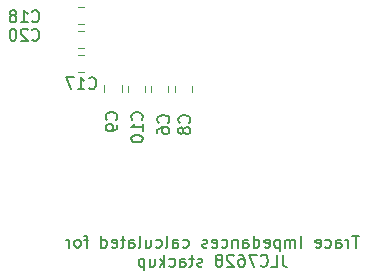
<source format=gbr>
%TF.GenerationSoftware,KiCad,Pcbnew,6.0.7-f9a2dced07~116~ubuntu20.04.1*%
%TF.CreationDate,2022-09-30T03:47:36+07:00*%
%TF.ProjectId,CH569Board,43483536-3942-46f6-9172-642e6b696361,rev?*%
%TF.SameCoordinates,Original*%
%TF.FileFunction,Legend,Bot*%
%TF.FilePolarity,Positive*%
%FSLAX46Y46*%
G04 Gerber Fmt 4.6, Leading zero omitted, Abs format (unit mm)*
G04 Created by KiCad (PCBNEW 6.0.7-f9a2dced07~116~ubuntu20.04.1) date 2022-09-30 03:47:36*
%MOMM*%
%LPD*%
G01*
G04 APERTURE LIST*
%ADD10C,0.150000*%
%ADD11C,0.120000*%
G04 APERTURE END LIST*
D10*
X143284761Y-121217380D02*
X142713333Y-121217380D01*
X142999047Y-122217380D02*
X142999047Y-121217380D01*
X142380000Y-122217380D02*
X142380000Y-121550714D01*
X142380000Y-121741190D02*
X142332380Y-121645952D01*
X142284761Y-121598333D01*
X142189523Y-121550714D01*
X142094285Y-121550714D01*
X141332380Y-122217380D02*
X141332380Y-121693571D01*
X141380000Y-121598333D01*
X141475238Y-121550714D01*
X141665714Y-121550714D01*
X141760952Y-121598333D01*
X141332380Y-122169761D02*
X141427619Y-122217380D01*
X141665714Y-122217380D01*
X141760952Y-122169761D01*
X141808571Y-122074523D01*
X141808571Y-121979285D01*
X141760952Y-121884047D01*
X141665714Y-121836428D01*
X141427619Y-121836428D01*
X141332380Y-121788809D01*
X140427619Y-122169761D02*
X140522857Y-122217380D01*
X140713333Y-122217380D01*
X140808571Y-122169761D01*
X140856190Y-122122142D01*
X140903809Y-122026904D01*
X140903809Y-121741190D01*
X140856190Y-121645952D01*
X140808571Y-121598333D01*
X140713333Y-121550714D01*
X140522857Y-121550714D01*
X140427619Y-121598333D01*
X139618095Y-122169761D02*
X139713333Y-122217380D01*
X139903809Y-122217380D01*
X139999047Y-122169761D01*
X140046666Y-122074523D01*
X140046666Y-121693571D01*
X139999047Y-121598333D01*
X139903809Y-121550714D01*
X139713333Y-121550714D01*
X139618095Y-121598333D01*
X139570476Y-121693571D01*
X139570476Y-121788809D01*
X140046666Y-121884047D01*
X138380000Y-122217380D02*
X138380000Y-121217380D01*
X137903809Y-122217380D02*
X137903809Y-121550714D01*
X137903809Y-121645952D02*
X137856190Y-121598333D01*
X137760952Y-121550714D01*
X137618095Y-121550714D01*
X137522857Y-121598333D01*
X137475238Y-121693571D01*
X137475238Y-122217380D01*
X137475238Y-121693571D02*
X137427619Y-121598333D01*
X137332380Y-121550714D01*
X137189523Y-121550714D01*
X137094285Y-121598333D01*
X137046666Y-121693571D01*
X137046666Y-122217380D01*
X136570476Y-121550714D02*
X136570476Y-122550714D01*
X136570476Y-121598333D02*
X136475238Y-121550714D01*
X136284761Y-121550714D01*
X136189523Y-121598333D01*
X136141904Y-121645952D01*
X136094285Y-121741190D01*
X136094285Y-122026904D01*
X136141904Y-122122142D01*
X136189523Y-122169761D01*
X136284761Y-122217380D01*
X136475238Y-122217380D01*
X136570476Y-122169761D01*
X135284761Y-122169761D02*
X135380000Y-122217380D01*
X135570476Y-122217380D01*
X135665714Y-122169761D01*
X135713333Y-122074523D01*
X135713333Y-121693571D01*
X135665714Y-121598333D01*
X135570476Y-121550714D01*
X135380000Y-121550714D01*
X135284761Y-121598333D01*
X135237142Y-121693571D01*
X135237142Y-121788809D01*
X135713333Y-121884047D01*
X134380000Y-122217380D02*
X134380000Y-121217380D01*
X134380000Y-122169761D02*
X134475238Y-122217380D01*
X134665714Y-122217380D01*
X134760952Y-122169761D01*
X134808571Y-122122142D01*
X134856190Y-122026904D01*
X134856190Y-121741190D01*
X134808571Y-121645952D01*
X134760952Y-121598333D01*
X134665714Y-121550714D01*
X134475238Y-121550714D01*
X134380000Y-121598333D01*
X133475238Y-122217380D02*
X133475238Y-121693571D01*
X133522857Y-121598333D01*
X133618095Y-121550714D01*
X133808571Y-121550714D01*
X133903809Y-121598333D01*
X133475238Y-122169761D02*
X133570476Y-122217380D01*
X133808571Y-122217380D01*
X133903809Y-122169761D01*
X133951428Y-122074523D01*
X133951428Y-121979285D01*
X133903809Y-121884047D01*
X133808571Y-121836428D01*
X133570476Y-121836428D01*
X133475238Y-121788809D01*
X132999047Y-121550714D02*
X132999047Y-122217380D01*
X132999047Y-121645952D02*
X132951428Y-121598333D01*
X132856190Y-121550714D01*
X132713333Y-121550714D01*
X132618095Y-121598333D01*
X132570476Y-121693571D01*
X132570476Y-122217380D01*
X131665714Y-122169761D02*
X131760952Y-122217380D01*
X131951428Y-122217380D01*
X132046666Y-122169761D01*
X132094285Y-122122142D01*
X132141904Y-122026904D01*
X132141904Y-121741190D01*
X132094285Y-121645952D01*
X132046666Y-121598333D01*
X131951428Y-121550714D01*
X131760952Y-121550714D01*
X131665714Y-121598333D01*
X130856190Y-122169761D02*
X130951428Y-122217380D01*
X131141904Y-122217380D01*
X131237142Y-122169761D01*
X131284761Y-122074523D01*
X131284761Y-121693571D01*
X131237142Y-121598333D01*
X131141904Y-121550714D01*
X130951428Y-121550714D01*
X130856190Y-121598333D01*
X130808571Y-121693571D01*
X130808571Y-121788809D01*
X131284761Y-121884047D01*
X130427619Y-122169761D02*
X130332380Y-122217380D01*
X130141904Y-122217380D01*
X130046666Y-122169761D01*
X129999047Y-122074523D01*
X129999047Y-122026904D01*
X130046666Y-121931666D01*
X130141904Y-121884047D01*
X130284761Y-121884047D01*
X130380000Y-121836428D01*
X130427619Y-121741190D01*
X130427619Y-121693571D01*
X130380000Y-121598333D01*
X130284761Y-121550714D01*
X130141904Y-121550714D01*
X130046666Y-121598333D01*
X128380000Y-122169761D02*
X128475238Y-122217380D01*
X128665714Y-122217380D01*
X128760952Y-122169761D01*
X128808571Y-122122142D01*
X128856190Y-122026904D01*
X128856190Y-121741190D01*
X128808571Y-121645952D01*
X128760952Y-121598333D01*
X128665714Y-121550714D01*
X128475238Y-121550714D01*
X128380000Y-121598333D01*
X127522857Y-122217380D02*
X127522857Y-121693571D01*
X127570476Y-121598333D01*
X127665714Y-121550714D01*
X127856190Y-121550714D01*
X127951428Y-121598333D01*
X127522857Y-122169761D02*
X127618095Y-122217380D01*
X127856190Y-122217380D01*
X127951428Y-122169761D01*
X127999047Y-122074523D01*
X127999047Y-121979285D01*
X127951428Y-121884047D01*
X127856190Y-121836428D01*
X127618095Y-121836428D01*
X127522857Y-121788809D01*
X126903809Y-122217380D02*
X126999047Y-122169761D01*
X127046666Y-122074523D01*
X127046666Y-121217380D01*
X126094285Y-122169761D02*
X126189523Y-122217380D01*
X126380000Y-122217380D01*
X126475238Y-122169761D01*
X126522857Y-122122142D01*
X126570476Y-122026904D01*
X126570476Y-121741190D01*
X126522857Y-121645952D01*
X126475238Y-121598333D01*
X126380000Y-121550714D01*
X126189523Y-121550714D01*
X126094285Y-121598333D01*
X125237142Y-121550714D02*
X125237142Y-122217380D01*
X125665714Y-121550714D02*
X125665714Y-122074523D01*
X125618095Y-122169761D01*
X125522857Y-122217380D01*
X125380000Y-122217380D01*
X125284761Y-122169761D01*
X125237142Y-122122142D01*
X124618095Y-122217380D02*
X124713333Y-122169761D01*
X124760952Y-122074523D01*
X124760952Y-121217380D01*
X123808571Y-122217380D02*
X123808571Y-121693571D01*
X123856190Y-121598333D01*
X123951428Y-121550714D01*
X124141904Y-121550714D01*
X124237142Y-121598333D01*
X123808571Y-122169761D02*
X123903809Y-122217380D01*
X124141904Y-122217380D01*
X124237142Y-122169761D01*
X124284761Y-122074523D01*
X124284761Y-121979285D01*
X124237142Y-121884047D01*
X124141904Y-121836428D01*
X123903809Y-121836428D01*
X123808571Y-121788809D01*
X123475238Y-121550714D02*
X123094285Y-121550714D01*
X123332380Y-121217380D02*
X123332380Y-122074523D01*
X123284761Y-122169761D01*
X123189523Y-122217380D01*
X123094285Y-122217380D01*
X122380000Y-122169761D02*
X122475238Y-122217380D01*
X122665714Y-122217380D01*
X122760952Y-122169761D01*
X122808571Y-122074523D01*
X122808571Y-121693571D01*
X122760952Y-121598333D01*
X122665714Y-121550714D01*
X122475238Y-121550714D01*
X122380000Y-121598333D01*
X122332380Y-121693571D01*
X122332380Y-121788809D01*
X122808571Y-121884047D01*
X121475238Y-122217380D02*
X121475238Y-121217380D01*
X121475238Y-122169761D02*
X121570476Y-122217380D01*
X121760952Y-122217380D01*
X121856190Y-122169761D01*
X121903809Y-122122142D01*
X121951428Y-122026904D01*
X121951428Y-121741190D01*
X121903809Y-121645952D01*
X121856190Y-121598333D01*
X121760952Y-121550714D01*
X121570476Y-121550714D01*
X121475238Y-121598333D01*
X120380000Y-121550714D02*
X119999047Y-121550714D01*
X120237142Y-122217380D02*
X120237142Y-121360238D01*
X120189523Y-121265000D01*
X120094285Y-121217380D01*
X119999047Y-121217380D01*
X119522857Y-122217380D02*
X119618095Y-122169761D01*
X119665714Y-122122142D01*
X119713333Y-122026904D01*
X119713333Y-121741190D01*
X119665714Y-121645952D01*
X119618095Y-121598333D01*
X119522857Y-121550714D01*
X119380000Y-121550714D01*
X119284761Y-121598333D01*
X119237142Y-121645952D01*
X119189523Y-121741190D01*
X119189523Y-122026904D01*
X119237142Y-122122142D01*
X119284761Y-122169761D01*
X119380000Y-122217380D01*
X119522857Y-122217380D01*
X118760952Y-122217380D02*
X118760952Y-121550714D01*
X118760952Y-121741190D02*
X118713333Y-121645952D01*
X118665714Y-121598333D01*
X118570476Y-121550714D01*
X118475238Y-121550714D01*
X136808571Y-122827380D02*
X136808571Y-123541666D01*
X136856190Y-123684523D01*
X136951428Y-123779761D01*
X137094285Y-123827380D01*
X137189523Y-123827380D01*
X135856190Y-123827380D02*
X136332380Y-123827380D01*
X136332380Y-122827380D01*
X134951428Y-123732142D02*
X134999047Y-123779761D01*
X135141904Y-123827380D01*
X135237142Y-123827380D01*
X135380000Y-123779761D01*
X135475238Y-123684523D01*
X135522857Y-123589285D01*
X135570476Y-123398809D01*
X135570476Y-123255952D01*
X135522857Y-123065476D01*
X135475238Y-122970238D01*
X135380000Y-122875000D01*
X135237142Y-122827380D01*
X135141904Y-122827380D01*
X134999047Y-122875000D01*
X134951428Y-122922619D01*
X134618095Y-122827380D02*
X133951428Y-122827380D01*
X134380000Y-123827380D01*
X133141904Y-122827380D02*
X133332380Y-122827380D01*
X133427619Y-122875000D01*
X133475238Y-122922619D01*
X133570476Y-123065476D01*
X133618095Y-123255952D01*
X133618095Y-123636904D01*
X133570476Y-123732142D01*
X133522857Y-123779761D01*
X133427619Y-123827380D01*
X133237142Y-123827380D01*
X133141904Y-123779761D01*
X133094285Y-123732142D01*
X133046666Y-123636904D01*
X133046666Y-123398809D01*
X133094285Y-123303571D01*
X133141904Y-123255952D01*
X133237142Y-123208333D01*
X133427619Y-123208333D01*
X133522857Y-123255952D01*
X133570476Y-123303571D01*
X133618095Y-123398809D01*
X132665714Y-122922619D02*
X132618095Y-122875000D01*
X132522857Y-122827380D01*
X132284761Y-122827380D01*
X132189523Y-122875000D01*
X132141904Y-122922619D01*
X132094285Y-123017857D01*
X132094285Y-123113095D01*
X132141904Y-123255952D01*
X132713333Y-123827380D01*
X132094285Y-123827380D01*
X131522857Y-123255952D02*
X131618095Y-123208333D01*
X131665714Y-123160714D01*
X131713333Y-123065476D01*
X131713333Y-123017857D01*
X131665714Y-122922619D01*
X131618095Y-122875000D01*
X131522857Y-122827380D01*
X131332380Y-122827380D01*
X131237142Y-122875000D01*
X131189523Y-122922619D01*
X131141904Y-123017857D01*
X131141904Y-123065476D01*
X131189523Y-123160714D01*
X131237142Y-123208333D01*
X131332380Y-123255952D01*
X131522857Y-123255952D01*
X131618095Y-123303571D01*
X131665714Y-123351190D01*
X131713333Y-123446428D01*
X131713333Y-123636904D01*
X131665714Y-123732142D01*
X131618095Y-123779761D01*
X131522857Y-123827380D01*
X131332380Y-123827380D01*
X131237142Y-123779761D01*
X131189523Y-123732142D01*
X131141904Y-123636904D01*
X131141904Y-123446428D01*
X131189523Y-123351190D01*
X131237142Y-123303571D01*
X131332380Y-123255952D01*
X129999047Y-123779761D02*
X129903809Y-123827380D01*
X129713333Y-123827380D01*
X129618095Y-123779761D01*
X129570476Y-123684523D01*
X129570476Y-123636904D01*
X129618095Y-123541666D01*
X129713333Y-123494047D01*
X129856190Y-123494047D01*
X129951428Y-123446428D01*
X129999047Y-123351190D01*
X129999047Y-123303571D01*
X129951428Y-123208333D01*
X129856190Y-123160714D01*
X129713333Y-123160714D01*
X129618095Y-123208333D01*
X129284761Y-123160714D02*
X128903809Y-123160714D01*
X129141904Y-122827380D02*
X129141904Y-123684523D01*
X129094285Y-123779761D01*
X128999047Y-123827380D01*
X128903809Y-123827380D01*
X128141904Y-123827380D02*
X128141904Y-123303571D01*
X128189523Y-123208333D01*
X128284761Y-123160714D01*
X128475238Y-123160714D01*
X128570476Y-123208333D01*
X128141904Y-123779761D02*
X128237142Y-123827380D01*
X128475238Y-123827380D01*
X128570476Y-123779761D01*
X128618095Y-123684523D01*
X128618095Y-123589285D01*
X128570476Y-123494047D01*
X128475238Y-123446428D01*
X128237142Y-123446428D01*
X128141904Y-123398809D01*
X127237142Y-123779761D02*
X127332380Y-123827380D01*
X127522857Y-123827380D01*
X127618095Y-123779761D01*
X127665714Y-123732142D01*
X127713333Y-123636904D01*
X127713333Y-123351190D01*
X127665714Y-123255952D01*
X127618095Y-123208333D01*
X127522857Y-123160714D01*
X127332380Y-123160714D01*
X127237142Y-123208333D01*
X126808571Y-123827380D02*
X126808571Y-122827380D01*
X126713333Y-123446428D02*
X126427619Y-123827380D01*
X126427619Y-123160714D02*
X126808571Y-123541666D01*
X125570476Y-123160714D02*
X125570476Y-123827380D01*
X125999047Y-123160714D02*
X125999047Y-123684523D01*
X125951428Y-123779761D01*
X125856190Y-123827380D01*
X125713333Y-123827380D01*
X125618095Y-123779761D01*
X125570476Y-123732142D01*
X125094285Y-123160714D02*
X125094285Y-124160714D01*
X125094285Y-123208333D02*
X124999047Y-123160714D01*
X124808571Y-123160714D01*
X124713333Y-123208333D01*
X124665714Y-123255952D01*
X124618095Y-123351190D01*
X124618095Y-123636904D01*
X124665714Y-123732142D01*
X124713333Y-123779761D01*
X124808571Y-123827380D01*
X124999047Y-123827380D01*
X125094285Y-123779761D01*
%TO.C,C6*%
X127127142Y-111633333D02*
X127174761Y-111585714D01*
X127222380Y-111442857D01*
X127222380Y-111347619D01*
X127174761Y-111204761D01*
X127079523Y-111109523D01*
X126984285Y-111061904D01*
X126793809Y-111014285D01*
X126650952Y-111014285D01*
X126460476Y-111061904D01*
X126365238Y-111109523D01*
X126270000Y-111204761D01*
X126222380Y-111347619D01*
X126222380Y-111442857D01*
X126270000Y-111585714D01*
X126317619Y-111633333D01*
X126222380Y-112490476D02*
X126222380Y-112300000D01*
X126270000Y-112204761D01*
X126317619Y-112157142D01*
X126460476Y-112061904D01*
X126650952Y-112014285D01*
X127031904Y-112014285D01*
X127127142Y-112061904D01*
X127174761Y-112109523D01*
X127222380Y-112204761D01*
X127222380Y-112395238D01*
X127174761Y-112490476D01*
X127127142Y-112538095D01*
X127031904Y-112585714D01*
X126793809Y-112585714D01*
X126698571Y-112538095D01*
X126650952Y-112490476D01*
X126603333Y-112395238D01*
X126603333Y-112204761D01*
X126650952Y-112109523D01*
X126698571Y-112061904D01*
X126793809Y-112014285D01*
%TO.C,C10*%
X124897142Y-111387142D02*
X124944761Y-111339523D01*
X124992380Y-111196666D01*
X124992380Y-111101428D01*
X124944761Y-110958571D01*
X124849523Y-110863333D01*
X124754285Y-110815714D01*
X124563809Y-110768095D01*
X124420952Y-110768095D01*
X124230476Y-110815714D01*
X124135238Y-110863333D01*
X124040000Y-110958571D01*
X123992380Y-111101428D01*
X123992380Y-111196666D01*
X124040000Y-111339523D01*
X124087619Y-111387142D01*
X124992380Y-112339523D02*
X124992380Y-111768095D01*
X124992380Y-112053809D02*
X123992380Y-112053809D01*
X124135238Y-111958571D01*
X124230476Y-111863333D01*
X124278095Y-111768095D01*
X123992380Y-112958571D02*
X123992380Y-113053809D01*
X124040000Y-113149047D01*
X124087619Y-113196666D01*
X124182857Y-113244285D01*
X124373333Y-113291904D01*
X124611428Y-113291904D01*
X124801904Y-113244285D01*
X124897142Y-113196666D01*
X124944761Y-113149047D01*
X124992380Y-113053809D01*
X124992380Y-112958571D01*
X124944761Y-112863333D01*
X124897142Y-112815714D01*
X124801904Y-112768095D01*
X124611428Y-112720476D01*
X124373333Y-112720476D01*
X124182857Y-112768095D01*
X124087619Y-112815714D01*
X124040000Y-112863333D01*
X123992380Y-112958571D01*
%TO.C,C8*%
X128897142Y-111643333D02*
X128944761Y-111595714D01*
X128992380Y-111452857D01*
X128992380Y-111357619D01*
X128944761Y-111214761D01*
X128849523Y-111119523D01*
X128754285Y-111071904D01*
X128563809Y-111024285D01*
X128420952Y-111024285D01*
X128230476Y-111071904D01*
X128135238Y-111119523D01*
X128040000Y-111214761D01*
X127992380Y-111357619D01*
X127992380Y-111452857D01*
X128040000Y-111595714D01*
X128087619Y-111643333D01*
X128420952Y-112214761D02*
X128373333Y-112119523D01*
X128325714Y-112071904D01*
X128230476Y-112024285D01*
X128182857Y-112024285D01*
X128087619Y-112071904D01*
X128040000Y-112119523D01*
X127992380Y-112214761D01*
X127992380Y-112405238D01*
X128040000Y-112500476D01*
X128087619Y-112548095D01*
X128182857Y-112595714D01*
X128230476Y-112595714D01*
X128325714Y-112548095D01*
X128373333Y-112500476D01*
X128420952Y-112405238D01*
X128420952Y-112214761D01*
X128468571Y-112119523D01*
X128516190Y-112071904D01*
X128611428Y-112024285D01*
X128801904Y-112024285D01*
X128897142Y-112071904D01*
X128944761Y-112119523D01*
X128992380Y-112214761D01*
X128992380Y-112405238D01*
X128944761Y-112500476D01*
X128897142Y-112548095D01*
X128801904Y-112595714D01*
X128611428Y-112595714D01*
X128516190Y-112548095D01*
X128468571Y-112500476D01*
X128420952Y-112405238D01*
%TO.C,C18*%
X115612857Y-103047142D02*
X115660476Y-103094761D01*
X115803333Y-103142380D01*
X115898571Y-103142380D01*
X116041428Y-103094761D01*
X116136666Y-102999523D01*
X116184285Y-102904285D01*
X116231904Y-102713809D01*
X116231904Y-102570952D01*
X116184285Y-102380476D01*
X116136666Y-102285238D01*
X116041428Y-102190000D01*
X115898571Y-102142380D01*
X115803333Y-102142380D01*
X115660476Y-102190000D01*
X115612857Y-102237619D01*
X114660476Y-103142380D02*
X115231904Y-103142380D01*
X114946190Y-103142380D02*
X114946190Y-102142380D01*
X115041428Y-102285238D01*
X115136666Y-102380476D01*
X115231904Y-102428095D01*
X114089047Y-102570952D02*
X114184285Y-102523333D01*
X114231904Y-102475714D01*
X114279523Y-102380476D01*
X114279523Y-102332857D01*
X114231904Y-102237619D01*
X114184285Y-102190000D01*
X114089047Y-102142380D01*
X113898571Y-102142380D01*
X113803333Y-102190000D01*
X113755714Y-102237619D01*
X113708095Y-102332857D01*
X113708095Y-102380476D01*
X113755714Y-102475714D01*
X113803333Y-102523333D01*
X113898571Y-102570952D01*
X114089047Y-102570952D01*
X114184285Y-102618571D01*
X114231904Y-102666190D01*
X114279523Y-102761428D01*
X114279523Y-102951904D01*
X114231904Y-103047142D01*
X114184285Y-103094761D01*
X114089047Y-103142380D01*
X113898571Y-103142380D01*
X113803333Y-103094761D01*
X113755714Y-103047142D01*
X113708095Y-102951904D01*
X113708095Y-102761428D01*
X113755714Y-102666190D01*
X113803333Y-102618571D01*
X113898571Y-102570952D01*
%TO.C,C17*%
X120422857Y-108707142D02*
X120470476Y-108754761D01*
X120613333Y-108802380D01*
X120708571Y-108802380D01*
X120851428Y-108754761D01*
X120946666Y-108659523D01*
X120994285Y-108564285D01*
X121041904Y-108373809D01*
X121041904Y-108230952D01*
X120994285Y-108040476D01*
X120946666Y-107945238D01*
X120851428Y-107850000D01*
X120708571Y-107802380D01*
X120613333Y-107802380D01*
X120470476Y-107850000D01*
X120422857Y-107897619D01*
X119470476Y-108802380D02*
X120041904Y-108802380D01*
X119756190Y-108802380D02*
X119756190Y-107802380D01*
X119851428Y-107945238D01*
X119946666Y-108040476D01*
X120041904Y-108088095D01*
X119137142Y-107802380D02*
X118470476Y-107802380D01*
X118899047Y-108802380D01*
%TO.C,C9*%
X122737142Y-111383333D02*
X122784761Y-111335714D01*
X122832380Y-111192857D01*
X122832380Y-111097619D01*
X122784761Y-110954761D01*
X122689523Y-110859523D01*
X122594285Y-110811904D01*
X122403809Y-110764285D01*
X122260952Y-110764285D01*
X122070476Y-110811904D01*
X121975238Y-110859523D01*
X121880000Y-110954761D01*
X121832380Y-111097619D01*
X121832380Y-111192857D01*
X121880000Y-111335714D01*
X121927619Y-111383333D01*
X122832380Y-111859523D02*
X122832380Y-112050000D01*
X122784761Y-112145238D01*
X122737142Y-112192857D01*
X122594285Y-112288095D01*
X122403809Y-112335714D01*
X122022857Y-112335714D01*
X121927619Y-112288095D01*
X121880000Y-112240476D01*
X121832380Y-112145238D01*
X121832380Y-111954761D01*
X121880000Y-111859523D01*
X121927619Y-111811904D01*
X122022857Y-111764285D01*
X122260952Y-111764285D01*
X122356190Y-111811904D01*
X122403809Y-111859523D01*
X122451428Y-111954761D01*
X122451428Y-112145238D01*
X122403809Y-112240476D01*
X122356190Y-112288095D01*
X122260952Y-112335714D01*
%TO.C,C20*%
X115612857Y-104607142D02*
X115660476Y-104654761D01*
X115803333Y-104702380D01*
X115898571Y-104702380D01*
X116041428Y-104654761D01*
X116136666Y-104559523D01*
X116184285Y-104464285D01*
X116231904Y-104273809D01*
X116231904Y-104130952D01*
X116184285Y-103940476D01*
X116136666Y-103845238D01*
X116041428Y-103750000D01*
X115898571Y-103702380D01*
X115803333Y-103702380D01*
X115660476Y-103750000D01*
X115612857Y-103797619D01*
X115231904Y-103797619D02*
X115184285Y-103750000D01*
X115089047Y-103702380D01*
X114850952Y-103702380D01*
X114755714Y-103750000D01*
X114708095Y-103797619D01*
X114660476Y-103892857D01*
X114660476Y-103988095D01*
X114708095Y-104130952D01*
X115279523Y-104702380D01*
X114660476Y-104702380D01*
X114041428Y-103702380D02*
X113946190Y-103702380D01*
X113850952Y-103750000D01*
X113803333Y-103797619D01*
X113755714Y-103892857D01*
X113708095Y-104083333D01*
X113708095Y-104321428D01*
X113755714Y-104511904D01*
X113803333Y-104607142D01*
X113850952Y-104654761D01*
X113946190Y-104702380D01*
X114041428Y-104702380D01*
X114136666Y-104654761D01*
X114184285Y-104607142D01*
X114231904Y-104511904D01*
X114279523Y-104321428D01*
X114279523Y-104083333D01*
X114231904Y-103892857D01*
X114184285Y-103797619D01*
X114136666Y-103750000D01*
X114041428Y-103702380D01*
D11*
%TO.C,C6*%
X125675000Y-108508748D02*
X125675000Y-109031252D01*
X127145000Y-108508748D02*
X127145000Y-109031252D01*
%TO.C,C10*%
X125165000Y-108508748D02*
X125165000Y-109031252D01*
X123695000Y-108508748D02*
X123695000Y-109031252D01*
%TO.C,C8*%
X127665000Y-108508748D02*
X127665000Y-109031252D01*
X129135000Y-108508748D02*
X129135000Y-109031252D01*
%TO.C,C18*%
X119981252Y-103315000D02*
X119458748Y-103315000D01*
X119981252Y-101845000D02*
X119458748Y-101845000D01*
%TO.C,C17*%
X119991252Y-107355000D02*
X119468748Y-107355000D01*
X119991252Y-105885000D02*
X119468748Y-105885000D01*
%TO.C,C9*%
X123195000Y-108498748D02*
X123195000Y-109021252D01*
X121725000Y-108498748D02*
X121725000Y-109021252D01*
%TO.C,C20*%
X119981252Y-105335000D02*
X119458748Y-105335000D01*
X119981252Y-103865000D02*
X119458748Y-103865000D01*
%TD*%
M02*

</source>
